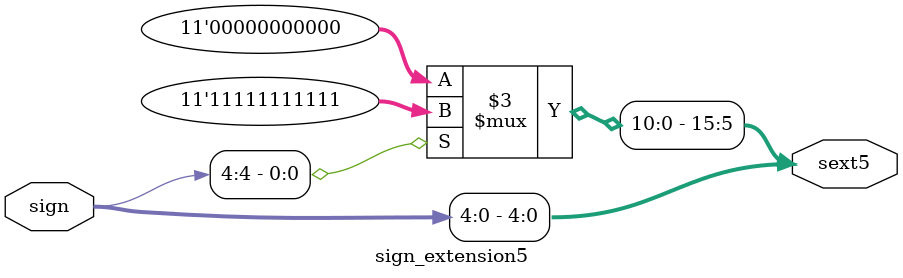
<source format=sv>
module sign_extension6 (input logic [5:0] sign,
							  output logic [15:0] sext6);
							  
							  					  
always_comb 
	begin 
		if(sign[5])
			sext6[15:6] = 10'b1111111111;
		else
			begin
			sext6[15:6] = 10'b0000000000;
			end
		sext6[5:0] = sign;
	end 	
endmodule 


module sign_extension9 (input logic [8:0] sign,
							  output logic [15:0] sext9);
							  						  					  
always_comb 
	begin 
		if(sign[8])
			sext9[15:9] = 7'b1111111;
		else
			begin
			sext9[15:9] = 7'b0000000;
			end
		sext9[8:0] = sign;
	end 	
endmodule 


module sign_extension11 (input logic [10:0] sign,
							  output logic [15:0] sext11);
							    					  
always_comb 
	begin 
		if(sign[10])
			sext11[15:11] = 5'b11111;
		else
			begin
			sext11[15:11] = 5'b00000;
			end
		sext11[10:0] = sign;
	end 	
endmodule 


module sign_extension5 (input logic [4:0] sign,
							  output logic [15:0] sext5);
							  							  					  
always_comb 
	begin 
		if(sign[4])
			sext5[15:5] = 11'b11111111111;
		else
			begin
			sext5[15:5] = 11'b00000000000;
			end
		sext5[4:0] = sign;
	end 	
endmodule 
</source>
